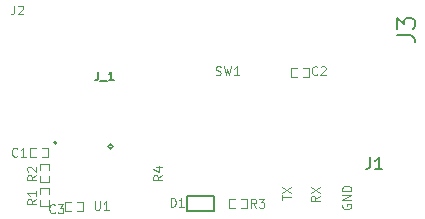
<source format=gto>
G04 (created by PCBNEW (2013-07-07 BZR 4022)-stable) date 3/26/2014 9:49:48 PM*
%MOIN*%
G04 Gerber Fmt 3.4, Leading zero omitted, Abs format*
%FSLAX34Y34*%
G01*
G70*
G90*
G04 APERTURE LIST*
%ADD10C,0.00590551*%
%ADD11C,0.005*%
%ADD12C,0.0028*%
%ADD13C,0.00472441*%
%ADD14C,0.00511811*%
G04 APERTURE END LIST*
G54D10*
X74970Y-60700D02*
G75*
G03X74970Y-60700I-70J0D01*
G74*
G01*
G54D11*
X77450Y-62350D02*
X78350Y-62350D01*
X78350Y-62350D02*
X78350Y-62850D01*
X78350Y-62850D02*
X77450Y-62850D01*
X77450Y-62850D02*
X77450Y-62350D01*
G54D10*
X73104Y-60571D02*
G75*
G03X73104Y-60571I-39J0D01*
G74*
G01*
G54D12*
X79050Y-62450D02*
X78850Y-62450D01*
X78850Y-62450D02*
X78850Y-62750D01*
X78850Y-62750D02*
X79050Y-62750D01*
X79250Y-62450D02*
X79450Y-62450D01*
X79450Y-62450D02*
X79450Y-62750D01*
X79450Y-62750D02*
X79250Y-62750D01*
X72550Y-61700D02*
X72550Y-61900D01*
X72550Y-61900D02*
X72850Y-61900D01*
X72850Y-61900D02*
X72850Y-61700D01*
X72550Y-61500D02*
X72550Y-61300D01*
X72550Y-61300D02*
X72850Y-61300D01*
X72850Y-61300D02*
X72850Y-61500D01*
X72420Y-60760D02*
X72220Y-60760D01*
X72220Y-60760D02*
X72220Y-61060D01*
X72220Y-61060D02*
X72420Y-61060D01*
X72620Y-60760D02*
X72820Y-60760D01*
X72820Y-60760D02*
X72820Y-61060D01*
X72820Y-61060D02*
X72620Y-61060D01*
X72850Y-62300D02*
X72850Y-62100D01*
X72850Y-62100D02*
X72550Y-62100D01*
X72550Y-62100D02*
X72550Y-62300D01*
X72850Y-62500D02*
X72850Y-62700D01*
X72850Y-62700D02*
X72550Y-62700D01*
X72550Y-62700D02*
X72550Y-62500D01*
X73800Y-62850D02*
X74000Y-62850D01*
X74000Y-62850D02*
X74000Y-62550D01*
X74000Y-62550D02*
X73800Y-62550D01*
X73600Y-62850D02*
X73400Y-62850D01*
X73400Y-62850D02*
X73400Y-62550D01*
X73400Y-62550D02*
X73600Y-62550D01*
X81320Y-58380D02*
X81520Y-58380D01*
X81520Y-58380D02*
X81520Y-58080D01*
X81520Y-58080D02*
X81320Y-58080D01*
X81120Y-58380D02*
X80920Y-58380D01*
X80920Y-58380D02*
X80920Y-58080D01*
X80920Y-58080D02*
X81120Y-58080D01*
G54D13*
X74375Y-62524D02*
X74375Y-62763D01*
X74389Y-62791D01*
X74403Y-62805D01*
X74431Y-62819D01*
X74487Y-62819D01*
X74515Y-62805D01*
X74529Y-62791D01*
X74543Y-62763D01*
X74543Y-62524D01*
X74839Y-62819D02*
X74670Y-62819D01*
X74754Y-62819D02*
X74754Y-62524D01*
X74726Y-62566D01*
X74698Y-62594D01*
X74670Y-62608D01*
X76902Y-62709D02*
X76902Y-62414D01*
X76972Y-62414D01*
X77014Y-62428D01*
X77042Y-62456D01*
X77056Y-62484D01*
X77070Y-62540D01*
X77070Y-62582D01*
X77056Y-62639D01*
X77042Y-62667D01*
X77014Y-62695D01*
X76972Y-62709D01*
X76902Y-62709D01*
X77352Y-62709D02*
X77183Y-62709D01*
X77267Y-62709D02*
X77267Y-62414D01*
X77239Y-62456D01*
X77211Y-62484D01*
X77183Y-62498D01*
X71691Y-56004D02*
X71691Y-56215D01*
X71677Y-56257D01*
X71649Y-56285D01*
X71607Y-56299D01*
X71579Y-56299D01*
X71818Y-56032D02*
X71832Y-56018D01*
X71860Y-56004D01*
X71930Y-56004D01*
X71958Y-56018D01*
X71972Y-56032D01*
X71986Y-56060D01*
X71986Y-56088D01*
X71972Y-56130D01*
X71804Y-56299D01*
X71986Y-56299D01*
X78406Y-58305D02*
X78448Y-58319D01*
X78518Y-58319D01*
X78546Y-58305D01*
X78560Y-58291D01*
X78575Y-58263D01*
X78575Y-58235D01*
X78560Y-58207D01*
X78546Y-58192D01*
X78518Y-58178D01*
X78462Y-58164D01*
X78434Y-58150D01*
X78420Y-58136D01*
X78406Y-58108D01*
X78406Y-58080D01*
X78420Y-58052D01*
X78434Y-58038D01*
X78462Y-58024D01*
X78532Y-58024D01*
X78575Y-58038D01*
X78673Y-58024D02*
X78743Y-58319D01*
X78800Y-58108D01*
X78856Y-58319D01*
X78926Y-58024D01*
X79193Y-58319D02*
X79024Y-58319D01*
X79109Y-58319D02*
X79109Y-58024D01*
X79081Y-58066D01*
X79053Y-58094D01*
X79024Y-58108D01*
X80624Y-62474D02*
X80624Y-62306D01*
X80919Y-62390D02*
X80624Y-62390D01*
X80624Y-62235D02*
X80919Y-62039D01*
X80624Y-62039D02*
X80919Y-62235D01*
X81869Y-62349D02*
X81728Y-62447D01*
X81869Y-62517D02*
X81574Y-62517D01*
X81574Y-62405D01*
X81588Y-62377D01*
X81602Y-62363D01*
X81630Y-62349D01*
X81672Y-62349D01*
X81700Y-62363D01*
X81714Y-62377D01*
X81728Y-62405D01*
X81728Y-62517D01*
X81574Y-62250D02*
X81869Y-62053D01*
X81574Y-62053D02*
X81869Y-62250D01*
X82638Y-62624D02*
X82624Y-62653D01*
X82624Y-62695D01*
X82638Y-62737D01*
X82666Y-62765D01*
X82694Y-62779D01*
X82750Y-62793D01*
X82792Y-62793D01*
X82849Y-62779D01*
X82877Y-62765D01*
X82905Y-62737D01*
X82919Y-62695D01*
X82919Y-62667D01*
X82905Y-62624D01*
X82891Y-62610D01*
X82792Y-62610D01*
X82792Y-62667D01*
X82919Y-62484D02*
X82624Y-62484D01*
X82919Y-62315D01*
X82624Y-62315D01*
X82919Y-62175D02*
X82624Y-62175D01*
X82624Y-62104D01*
X82638Y-62062D01*
X82666Y-62034D01*
X82694Y-62020D01*
X82750Y-62006D01*
X82792Y-62006D01*
X82849Y-62020D01*
X82877Y-62034D01*
X82905Y-62062D01*
X82919Y-62104D01*
X82919Y-62175D01*
G54D14*
X74489Y-58205D02*
X74489Y-58416D01*
X74475Y-58458D01*
X74446Y-58486D01*
X74404Y-58500D01*
X74376Y-58500D01*
X74559Y-58528D02*
X74784Y-58528D01*
X75009Y-58500D02*
X74840Y-58500D01*
X74924Y-58500D02*
X74924Y-58205D01*
X74896Y-58247D01*
X74868Y-58275D01*
X74840Y-58289D01*
G54D13*
X76619Y-61649D02*
X76478Y-61747D01*
X76619Y-61817D02*
X76324Y-61817D01*
X76324Y-61705D01*
X76338Y-61677D01*
X76352Y-61663D01*
X76380Y-61649D01*
X76422Y-61649D01*
X76450Y-61663D01*
X76464Y-61677D01*
X76478Y-61705D01*
X76478Y-61817D01*
X76422Y-61396D02*
X76619Y-61396D01*
X76310Y-61466D02*
X76521Y-61536D01*
X76521Y-61353D01*
G54D10*
X84448Y-56996D02*
X84870Y-56996D01*
X84954Y-57024D01*
X85010Y-57081D01*
X85039Y-57165D01*
X85039Y-57221D01*
X84448Y-56771D02*
X84448Y-56406D01*
X84673Y-56603D01*
X84673Y-56518D01*
X84701Y-56462D01*
X84729Y-56434D01*
X84785Y-56406D01*
X84926Y-56406D01*
X84982Y-56434D01*
X85010Y-56462D01*
X85039Y-56518D01*
X85039Y-56687D01*
X85010Y-56743D01*
X84982Y-56771D01*
X83558Y-61055D02*
X83558Y-61336D01*
X83540Y-61393D01*
X83502Y-61430D01*
X83446Y-61449D01*
X83408Y-61449D01*
X83952Y-61449D02*
X83727Y-61449D01*
X83839Y-61449D02*
X83839Y-61055D01*
X83802Y-61111D01*
X83764Y-61149D01*
X83727Y-61168D01*
G54D13*
X79750Y-62739D02*
X79652Y-62598D01*
X79582Y-62739D02*
X79582Y-62444D01*
X79694Y-62444D01*
X79722Y-62458D01*
X79736Y-62472D01*
X79750Y-62500D01*
X79750Y-62542D01*
X79736Y-62570D01*
X79722Y-62584D01*
X79694Y-62598D01*
X79582Y-62598D01*
X79849Y-62444D02*
X80032Y-62444D01*
X79933Y-62556D01*
X79975Y-62556D01*
X80003Y-62570D01*
X80017Y-62584D01*
X80032Y-62612D01*
X80032Y-62683D01*
X80017Y-62711D01*
X80003Y-62725D01*
X79975Y-62739D01*
X79891Y-62739D01*
X79863Y-62725D01*
X79849Y-62711D01*
X72419Y-61649D02*
X72278Y-61747D01*
X72419Y-61817D02*
X72124Y-61817D01*
X72124Y-61705D01*
X72138Y-61677D01*
X72152Y-61663D01*
X72180Y-61649D01*
X72222Y-61649D01*
X72250Y-61663D01*
X72264Y-61677D01*
X72278Y-61705D01*
X72278Y-61817D01*
X72152Y-61536D02*
X72138Y-61522D01*
X72124Y-61494D01*
X72124Y-61424D01*
X72138Y-61396D01*
X72152Y-61382D01*
X72180Y-61367D01*
X72208Y-61367D01*
X72250Y-61382D01*
X72419Y-61550D01*
X72419Y-61367D01*
X71790Y-61011D02*
X71776Y-61025D01*
X71734Y-61039D01*
X71706Y-61039D01*
X71664Y-61025D01*
X71636Y-60997D01*
X71622Y-60969D01*
X71607Y-60912D01*
X71607Y-60870D01*
X71622Y-60814D01*
X71636Y-60786D01*
X71664Y-60758D01*
X71706Y-60744D01*
X71734Y-60744D01*
X71776Y-60758D01*
X71790Y-60772D01*
X72072Y-61039D02*
X71903Y-61039D01*
X71987Y-61039D02*
X71987Y-60744D01*
X71959Y-60786D01*
X71931Y-60814D01*
X71903Y-60828D01*
X72419Y-62449D02*
X72278Y-62547D01*
X72419Y-62617D02*
X72124Y-62617D01*
X72124Y-62505D01*
X72138Y-62477D01*
X72152Y-62463D01*
X72180Y-62449D01*
X72222Y-62449D01*
X72250Y-62463D01*
X72264Y-62477D01*
X72278Y-62505D01*
X72278Y-62617D01*
X72419Y-62167D02*
X72419Y-62336D01*
X72419Y-62252D02*
X72124Y-62252D01*
X72166Y-62280D01*
X72194Y-62308D01*
X72208Y-62336D01*
X73050Y-62891D02*
X73036Y-62905D01*
X72994Y-62919D01*
X72966Y-62919D01*
X72924Y-62905D01*
X72896Y-62877D01*
X72882Y-62849D01*
X72867Y-62792D01*
X72867Y-62750D01*
X72882Y-62694D01*
X72896Y-62666D01*
X72924Y-62638D01*
X72966Y-62624D01*
X72994Y-62624D01*
X73036Y-62638D01*
X73050Y-62652D01*
X73149Y-62624D02*
X73332Y-62624D01*
X73233Y-62736D01*
X73275Y-62736D01*
X73303Y-62750D01*
X73317Y-62764D01*
X73332Y-62792D01*
X73332Y-62863D01*
X73317Y-62891D01*
X73303Y-62905D01*
X73275Y-62919D01*
X73191Y-62919D01*
X73163Y-62905D01*
X73149Y-62891D01*
X81800Y-58291D02*
X81786Y-58305D01*
X81744Y-58319D01*
X81716Y-58319D01*
X81674Y-58305D01*
X81646Y-58277D01*
X81632Y-58249D01*
X81617Y-58192D01*
X81617Y-58150D01*
X81632Y-58094D01*
X81646Y-58066D01*
X81674Y-58038D01*
X81716Y-58024D01*
X81744Y-58024D01*
X81786Y-58038D01*
X81800Y-58052D01*
X81913Y-58052D02*
X81927Y-58038D01*
X81955Y-58024D01*
X82025Y-58024D01*
X82053Y-58038D01*
X82067Y-58052D01*
X82082Y-58080D01*
X82082Y-58108D01*
X82067Y-58150D01*
X81899Y-58319D01*
X82082Y-58319D01*
M02*

</source>
